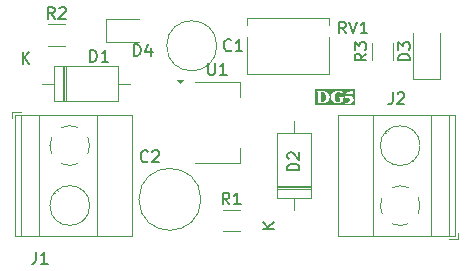
<source format=gbr>
%TF.GenerationSoftware,KiCad,Pcbnew,8.0.2*%
%TF.CreationDate,2025-12-30T14:28:12-05:00*%
%TF.ProjectId,voltage regulator,766f6c74-6167-4652-9072-6567756c6174,rev?*%
%TF.SameCoordinates,Original*%
%TF.FileFunction,Legend,Top*%
%TF.FilePolarity,Positive*%
%FSLAX46Y46*%
G04 Gerber Fmt 4.6, Leading zero omitted, Abs format (unit mm)*
G04 Created by KiCad (PCBNEW 8.0.2) date 2025-12-30 14:28:12*
%MOMM*%
%LPD*%
G01*
G04 APERTURE LIST*
%ADD10C,0.150000*%
%ADD11C,0.120000*%
G04 APERTURE END LIST*
D10*
G36*
X133961273Y-91917302D02*
G01*
X134012681Y-91928772D01*
X134058713Y-91950949D01*
X134099368Y-91983830D01*
X134134648Y-92027418D01*
X134160047Y-92072406D01*
X134180191Y-92123474D01*
X134192964Y-92170674D01*
X134202087Y-92222096D01*
X134207561Y-92277740D01*
X134209386Y-92337606D01*
X134207561Y-92397472D01*
X134202087Y-92453116D01*
X134192964Y-92504538D01*
X134180191Y-92551738D01*
X134160047Y-92602806D01*
X134134648Y-92647794D01*
X134115146Y-92674012D01*
X134076795Y-92711482D01*
X134033067Y-92738246D01*
X133983964Y-92754305D01*
X133929484Y-92759658D01*
X133821040Y-92759658D01*
X133821040Y-91915554D01*
X133929484Y-91915554D01*
X133961273Y-91917302D01*
G37*
G36*
X136662542Y-93043692D02*
G01*
X133313279Y-93043692D01*
X133313279Y-92873719D01*
X135804536Y-92873719D01*
X135854967Y-92896655D01*
X135909021Y-92913957D01*
X135958237Y-92924304D01*
X136010115Y-92930512D01*
X136064655Y-92932581D01*
X136089237Y-92932165D01*
X136148874Y-92927474D01*
X136205911Y-92917572D01*
X136260348Y-92902458D01*
X136312185Y-92882133D01*
X136361423Y-92856596D01*
X136408060Y-92825847D01*
X136411902Y-92822995D01*
X136451451Y-92787940D01*
X136483098Y-92750211D01*
X136510642Y-92706901D01*
X136520202Y-92688117D01*
X136538525Y-92638152D01*
X136548204Y-92589513D01*
X136551431Y-92537397D01*
X136547691Y-92484182D01*
X136536471Y-92434204D01*
X136517771Y-92387462D01*
X136491591Y-92343956D01*
X136483896Y-92333680D01*
X136448190Y-92296486D01*
X136404608Y-92265551D01*
X136360013Y-92243618D01*
X136309386Y-92226475D01*
X136276319Y-92219037D01*
X136227661Y-92212906D01*
X136178472Y-92211088D01*
X136154578Y-92211637D01*
X136103106Y-92216025D01*
X136052580Y-92223728D01*
X136004327Y-92233558D01*
X136030949Y-92116810D01*
X136462771Y-92081639D01*
X136521877Y-91790258D01*
X136507955Y-91790258D01*
X136487821Y-91821032D01*
X136448059Y-91850708D01*
X136396825Y-91860600D01*
X135977460Y-91895771D01*
X135860712Y-92436036D01*
X135873413Y-92444584D01*
X135910873Y-92431636D01*
X135959111Y-92418538D01*
X136011043Y-92409496D01*
X136060503Y-92406482D01*
X136105963Y-92410269D01*
X136154021Y-92425182D01*
X136197034Y-92454354D01*
X136212805Y-92472031D01*
X136235782Y-92515987D01*
X136243440Y-92567683D01*
X136240967Y-92601022D01*
X136227984Y-92648283D01*
X136203873Y-92692247D01*
X136194848Y-92704237D01*
X136159592Y-92741757D01*
X136118632Y-92772358D01*
X136102817Y-92781795D01*
X136055934Y-92805491D01*
X136008967Y-92823893D01*
X136001564Y-92826378D01*
X135952303Y-92840990D01*
X135901500Y-92851737D01*
X135881866Y-92854783D01*
X135833112Y-92859553D01*
X135807223Y-92859553D01*
X135804536Y-92873719D01*
X133313279Y-92873719D01*
X133313279Y-92815833D01*
X133424390Y-92815833D01*
X133424390Y-92830000D01*
X133957572Y-92830000D01*
X134021884Y-92827965D01*
X134082563Y-92821863D01*
X134139609Y-92811693D01*
X134193022Y-92797454D01*
X134242801Y-92779147D01*
X134288948Y-92756772D01*
X134331462Y-92730329D01*
X134370342Y-92699818D01*
X134379478Y-92691582D01*
X134420809Y-92647419D01*
X134454888Y-92598283D01*
X134481717Y-92544174D01*
X134497959Y-92497306D01*
X134509560Y-92447256D01*
X134516521Y-92394022D01*
X134518842Y-92337606D01*
X134518820Y-92335408D01*
X134635101Y-92335408D01*
X134637418Y-92393767D01*
X134644367Y-92448920D01*
X134655950Y-92500867D01*
X134672165Y-92549609D01*
X134693014Y-92595145D01*
X134718495Y-92637475D01*
X134748609Y-92676600D01*
X134783357Y-92712519D01*
X134822096Y-92744690D01*
X134864064Y-92772572D01*
X134909260Y-92796164D01*
X134957685Y-92815467D01*
X135009339Y-92830480D01*
X135064221Y-92841204D01*
X135122331Y-92847638D01*
X135183671Y-92849783D01*
X135190703Y-92849756D01*
X135239618Y-92848012D01*
X135294862Y-92842700D01*
X135349405Y-92833846D01*
X135403245Y-92821451D01*
X135416035Y-92818078D01*
X135464698Y-92803673D01*
X135519914Y-92783617D01*
X135568893Y-92761284D01*
X135611634Y-92736672D01*
X135654690Y-92704131D01*
X135688765Y-92668311D01*
X135688765Y-92436036D01*
X135705618Y-92388897D01*
X135710461Y-92385119D01*
X135759107Y-92372777D01*
X135780112Y-92372777D01*
X135780112Y-92358611D01*
X135307502Y-92358611D01*
X135307502Y-92372777D01*
X135329972Y-92372777D01*
X135336163Y-92372919D01*
X135382729Y-92388897D01*
X135383901Y-92389919D01*
X135401780Y-92436036D01*
X135400314Y-92628743D01*
X135398356Y-92654065D01*
X135380682Y-92701684D01*
X135344627Y-92739385D01*
X135311933Y-92758748D01*
X135263653Y-92774708D01*
X135214690Y-92779441D01*
X135181644Y-92777682D01*
X135129049Y-92766136D01*
X135083116Y-92743815D01*
X135043845Y-92710718D01*
X135011235Y-92666845D01*
X135007133Y-92659717D01*
X134985254Y-92613143D01*
X134968064Y-92560043D01*
X134957320Y-92510808D01*
X134949831Y-92457042D01*
X134945599Y-92398743D01*
X134944557Y-92348841D01*
X134944873Y-92320967D01*
X134947401Y-92267872D01*
X134952458Y-92218318D01*
X134964783Y-92150623D01*
X134982797Y-92090892D01*
X135006500Y-92039125D01*
X135035892Y-91995322D01*
X135070972Y-91959484D01*
X135111741Y-91931609D01*
X135158198Y-91911699D01*
X135210344Y-91899753D01*
X135268179Y-91895771D01*
X135283562Y-91896027D01*
X135341667Y-91902193D01*
X135394285Y-91916578D01*
X135441414Y-91939184D01*
X135483055Y-91970010D01*
X135519209Y-92009057D01*
X135549875Y-92056323D01*
X135575053Y-92111810D01*
X135590335Y-92158820D01*
X135602791Y-92158820D01*
X135616958Y-91890153D01*
X135581710Y-91877315D01*
X135533408Y-91864004D01*
X135482785Y-91853177D01*
X135432554Y-91844480D01*
X135402440Y-91840015D01*
X135350272Y-91833633D01*
X135298783Y-91829075D01*
X135247971Y-91826340D01*
X135197837Y-91825429D01*
X135133509Y-91827539D01*
X135072784Y-91833870D01*
X135015662Y-91844422D01*
X134962142Y-91859195D01*
X134912225Y-91878189D01*
X134865911Y-91901403D01*
X134823199Y-91928839D01*
X134784089Y-91960495D01*
X134749170Y-91995899D01*
X134718907Y-92034577D01*
X134693300Y-92076529D01*
X134672348Y-92121756D01*
X134656053Y-92170258D01*
X134644413Y-92222033D01*
X134637429Y-92277083D01*
X134635101Y-92335408D01*
X134518820Y-92335408D01*
X134518697Y-92323203D01*
X134515216Y-92267583D01*
X134507095Y-92215145D01*
X134494333Y-92165890D01*
X134476931Y-92119818D01*
X134448652Y-92066703D01*
X134413123Y-92018562D01*
X134370342Y-91975394D01*
X134331462Y-91944883D01*
X134288948Y-91918439D01*
X134242801Y-91896064D01*
X134193022Y-91877758D01*
X134139609Y-91863519D01*
X134082563Y-91853349D01*
X134021884Y-91847246D01*
X133957572Y-91845212D01*
X133424390Y-91845212D01*
X133425855Y-91859378D01*
X133442708Y-91859378D01*
X133459805Y-91860829D01*
X133505234Y-91882581D01*
X133515893Y-91893235D01*
X133532589Y-91939490D01*
X133532589Y-92727418D01*
X133529932Y-92747077D01*
X133522683Y-92759658D01*
X133505234Y-92789944D01*
X133489722Y-92802459D01*
X133442708Y-92815833D01*
X133424390Y-92815833D01*
X133313279Y-92815833D01*
X133313279Y-91679147D01*
X136662542Y-91679147D01*
X136662542Y-93043692D01*
G37*
X126033333Y-101434819D02*
X125700000Y-100958628D01*
X125461905Y-101434819D02*
X125461905Y-100434819D01*
X125461905Y-100434819D02*
X125842857Y-100434819D01*
X125842857Y-100434819D02*
X125938095Y-100482438D01*
X125938095Y-100482438D02*
X125985714Y-100530057D01*
X125985714Y-100530057D02*
X126033333Y-100625295D01*
X126033333Y-100625295D02*
X126033333Y-100768152D01*
X126033333Y-100768152D02*
X125985714Y-100863390D01*
X125985714Y-100863390D02*
X125938095Y-100911009D01*
X125938095Y-100911009D02*
X125842857Y-100958628D01*
X125842857Y-100958628D02*
X125461905Y-100958628D01*
X126985714Y-101434819D02*
X126414286Y-101434819D01*
X126700000Y-101434819D02*
X126700000Y-100434819D01*
X126700000Y-100434819D02*
X126604762Y-100577676D01*
X126604762Y-100577676D02*
X126509524Y-100672914D01*
X126509524Y-100672914D02*
X126414286Y-100720533D01*
X131954819Y-98538094D02*
X130954819Y-98538094D01*
X130954819Y-98538094D02*
X130954819Y-98299999D01*
X130954819Y-98299999D02*
X131002438Y-98157142D01*
X131002438Y-98157142D02*
X131097676Y-98061904D01*
X131097676Y-98061904D02*
X131192914Y-98014285D01*
X131192914Y-98014285D02*
X131383390Y-97966666D01*
X131383390Y-97966666D02*
X131526247Y-97966666D01*
X131526247Y-97966666D02*
X131716723Y-98014285D01*
X131716723Y-98014285D02*
X131811961Y-98061904D01*
X131811961Y-98061904D02*
X131907200Y-98157142D01*
X131907200Y-98157142D02*
X131954819Y-98299999D01*
X131954819Y-98299999D02*
X131954819Y-98538094D01*
X131050057Y-97585713D02*
X131002438Y-97538094D01*
X131002438Y-97538094D02*
X130954819Y-97442856D01*
X130954819Y-97442856D02*
X130954819Y-97204761D01*
X130954819Y-97204761D02*
X131002438Y-97109523D01*
X131002438Y-97109523D02*
X131050057Y-97061904D01*
X131050057Y-97061904D02*
X131145295Y-97014285D01*
X131145295Y-97014285D02*
X131240533Y-97014285D01*
X131240533Y-97014285D02*
X131383390Y-97061904D01*
X131383390Y-97061904D02*
X131954819Y-97633332D01*
X131954819Y-97633332D02*
X131954819Y-97014285D01*
X129854819Y-103486904D02*
X128854819Y-103486904D01*
X129854819Y-102915476D02*
X129283390Y-103344047D01*
X128854819Y-102915476D02*
X129426247Y-103486904D01*
X111233333Y-85734819D02*
X110900000Y-85258628D01*
X110661905Y-85734819D02*
X110661905Y-84734819D01*
X110661905Y-84734819D02*
X111042857Y-84734819D01*
X111042857Y-84734819D02*
X111138095Y-84782438D01*
X111138095Y-84782438D02*
X111185714Y-84830057D01*
X111185714Y-84830057D02*
X111233333Y-84925295D01*
X111233333Y-84925295D02*
X111233333Y-85068152D01*
X111233333Y-85068152D02*
X111185714Y-85163390D01*
X111185714Y-85163390D02*
X111138095Y-85211009D01*
X111138095Y-85211009D02*
X111042857Y-85258628D01*
X111042857Y-85258628D02*
X110661905Y-85258628D01*
X111614286Y-84830057D02*
X111661905Y-84782438D01*
X111661905Y-84782438D02*
X111757143Y-84734819D01*
X111757143Y-84734819D02*
X111995238Y-84734819D01*
X111995238Y-84734819D02*
X112090476Y-84782438D01*
X112090476Y-84782438D02*
X112138095Y-84830057D01*
X112138095Y-84830057D02*
X112185714Y-84925295D01*
X112185714Y-84925295D02*
X112185714Y-85020533D01*
X112185714Y-85020533D02*
X112138095Y-85163390D01*
X112138095Y-85163390D02*
X111566667Y-85734819D01*
X111566667Y-85734819D02*
X112185714Y-85734819D01*
X109666666Y-105444819D02*
X109666666Y-106159104D01*
X109666666Y-106159104D02*
X109619047Y-106301961D01*
X109619047Y-106301961D02*
X109523809Y-106397200D01*
X109523809Y-106397200D02*
X109380952Y-106444819D01*
X109380952Y-106444819D02*
X109285714Y-106444819D01*
X110666666Y-106444819D02*
X110095238Y-106444819D01*
X110380952Y-106444819D02*
X110380952Y-105444819D01*
X110380952Y-105444819D02*
X110285714Y-105587676D01*
X110285714Y-105587676D02*
X110190476Y-105682914D01*
X110190476Y-105682914D02*
X110095238Y-105730533D01*
X141334819Y-89238094D02*
X140334819Y-89238094D01*
X140334819Y-89238094D02*
X140334819Y-88999999D01*
X140334819Y-88999999D02*
X140382438Y-88857142D01*
X140382438Y-88857142D02*
X140477676Y-88761904D01*
X140477676Y-88761904D02*
X140572914Y-88714285D01*
X140572914Y-88714285D02*
X140763390Y-88666666D01*
X140763390Y-88666666D02*
X140906247Y-88666666D01*
X140906247Y-88666666D02*
X141096723Y-88714285D01*
X141096723Y-88714285D02*
X141191961Y-88761904D01*
X141191961Y-88761904D02*
X141287200Y-88857142D01*
X141287200Y-88857142D02*
X141334819Y-88999999D01*
X141334819Y-88999999D02*
X141334819Y-89238094D01*
X140334819Y-88333332D02*
X140334819Y-87714285D01*
X140334819Y-87714285D02*
X140715771Y-88047618D01*
X140715771Y-88047618D02*
X140715771Y-87904761D01*
X140715771Y-87904761D02*
X140763390Y-87809523D01*
X140763390Y-87809523D02*
X140811009Y-87761904D01*
X140811009Y-87761904D02*
X140906247Y-87714285D01*
X140906247Y-87714285D02*
X141144342Y-87714285D01*
X141144342Y-87714285D02*
X141239580Y-87761904D01*
X141239580Y-87761904D02*
X141287200Y-87809523D01*
X141287200Y-87809523D02*
X141334819Y-87904761D01*
X141334819Y-87904761D02*
X141334819Y-88190475D01*
X141334819Y-88190475D02*
X141287200Y-88285713D01*
X141287200Y-88285713D02*
X141239580Y-88333332D01*
X139861666Y-91944819D02*
X139861666Y-92659104D01*
X139861666Y-92659104D02*
X139814047Y-92801961D01*
X139814047Y-92801961D02*
X139718809Y-92897200D01*
X139718809Y-92897200D02*
X139575952Y-92944819D01*
X139575952Y-92944819D02*
X139480714Y-92944819D01*
X140290238Y-92040057D02*
X140337857Y-91992438D01*
X140337857Y-91992438D02*
X140433095Y-91944819D01*
X140433095Y-91944819D02*
X140671190Y-91944819D01*
X140671190Y-91944819D02*
X140766428Y-91992438D01*
X140766428Y-91992438D02*
X140814047Y-92040057D01*
X140814047Y-92040057D02*
X140861666Y-92135295D01*
X140861666Y-92135295D02*
X140861666Y-92230533D01*
X140861666Y-92230533D02*
X140814047Y-92373390D01*
X140814047Y-92373390D02*
X140242619Y-92944819D01*
X140242619Y-92944819D02*
X140861666Y-92944819D01*
X117961905Y-88854819D02*
X117961905Y-87854819D01*
X117961905Y-87854819D02*
X118200000Y-87854819D01*
X118200000Y-87854819D02*
X118342857Y-87902438D01*
X118342857Y-87902438D02*
X118438095Y-87997676D01*
X118438095Y-87997676D02*
X118485714Y-88092914D01*
X118485714Y-88092914D02*
X118533333Y-88283390D01*
X118533333Y-88283390D02*
X118533333Y-88426247D01*
X118533333Y-88426247D02*
X118485714Y-88616723D01*
X118485714Y-88616723D02*
X118438095Y-88711961D01*
X118438095Y-88711961D02*
X118342857Y-88807200D01*
X118342857Y-88807200D02*
X118200000Y-88854819D01*
X118200000Y-88854819D02*
X117961905Y-88854819D01*
X119390476Y-88188152D02*
X119390476Y-88854819D01*
X119152381Y-87807200D02*
X118914286Y-88521485D01*
X118914286Y-88521485D02*
X119533333Y-88521485D01*
X114261905Y-89354819D02*
X114261905Y-88354819D01*
X114261905Y-88354819D02*
X114500000Y-88354819D01*
X114500000Y-88354819D02*
X114642857Y-88402438D01*
X114642857Y-88402438D02*
X114738095Y-88497676D01*
X114738095Y-88497676D02*
X114785714Y-88592914D01*
X114785714Y-88592914D02*
X114833333Y-88783390D01*
X114833333Y-88783390D02*
X114833333Y-88926247D01*
X114833333Y-88926247D02*
X114785714Y-89116723D01*
X114785714Y-89116723D02*
X114738095Y-89211961D01*
X114738095Y-89211961D02*
X114642857Y-89307200D01*
X114642857Y-89307200D02*
X114500000Y-89354819D01*
X114500000Y-89354819D02*
X114261905Y-89354819D01*
X115785714Y-89354819D02*
X115214286Y-89354819D01*
X115500000Y-89354819D02*
X115500000Y-88354819D01*
X115500000Y-88354819D02*
X115404762Y-88497676D01*
X115404762Y-88497676D02*
X115309524Y-88592914D01*
X115309524Y-88592914D02*
X115214286Y-88640533D01*
X108538095Y-89554819D02*
X108538095Y-88554819D01*
X109109523Y-89554819D02*
X108680952Y-88983390D01*
X109109523Y-88554819D02*
X108538095Y-89126247D01*
X135904761Y-86954819D02*
X135571428Y-86478628D01*
X135333333Y-86954819D02*
X135333333Y-85954819D01*
X135333333Y-85954819D02*
X135714285Y-85954819D01*
X135714285Y-85954819D02*
X135809523Y-86002438D01*
X135809523Y-86002438D02*
X135857142Y-86050057D01*
X135857142Y-86050057D02*
X135904761Y-86145295D01*
X135904761Y-86145295D02*
X135904761Y-86288152D01*
X135904761Y-86288152D02*
X135857142Y-86383390D01*
X135857142Y-86383390D02*
X135809523Y-86431009D01*
X135809523Y-86431009D02*
X135714285Y-86478628D01*
X135714285Y-86478628D02*
X135333333Y-86478628D01*
X136190476Y-85954819D02*
X136523809Y-86954819D01*
X136523809Y-86954819D02*
X136857142Y-85954819D01*
X137714285Y-86954819D02*
X137142857Y-86954819D01*
X137428571Y-86954819D02*
X137428571Y-85954819D01*
X137428571Y-85954819D02*
X137333333Y-86097676D01*
X137333333Y-86097676D02*
X137238095Y-86192914D01*
X137238095Y-86192914D02*
X137142857Y-86240533D01*
X126183333Y-88359580D02*
X126135714Y-88407200D01*
X126135714Y-88407200D02*
X125992857Y-88454819D01*
X125992857Y-88454819D02*
X125897619Y-88454819D01*
X125897619Y-88454819D02*
X125754762Y-88407200D01*
X125754762Y-88407200D02*
X125659524Y-88311961D01*
X125659524Y-88311961D02*
X125611905Y-88216723D01*
X125611905Y-88216723D02*
X125564286Y-88026247D01*
X125564286Y-88026247D02*
X125564286Y-87883390D01*
X125564286Y-87883390D02*
X125611905Y-87692914D01*
X125611905Y-87692914D02*
X125659524Y-87597676D01*
X125659524Y-87597676D02*
X125754762Y-87502438D01*
X125754762Y-87502438D02*
X125897619Y-87454819D01*
X125897619Y-87454819D02*
X125992857Y-87454819D01*
X125992857Y-87454819D02*
X126135714Y-87502438D01*
X126135714Y-87502438D02*
X126183333Y-87550057D01*
X127135714Y-88454819D02*
X126564286Y-88454819D01*
X126850000Y-88454819D02*
X126850000Y-87454819D01*
X126850000Y-87454819D02*
X126754762Y-87597676D01*
X126754762Y-87597676D02*
X126659524Y-87692914D01*
X126659524Y-87692914D02*
X126564286Y-87740533D01*
X124238095Y-89454819D02*
X124238095Y-90264342D01*
X124238095Y-90264342D02*
X124285714Y-90359580D01*
X124285714Y-90359580D02*
X124333333Y-90407200D01*
X124333333Y-90407200D02*
X124428571Y-90454819D01*
X124428571Y-90454819D02*
X124619047Y-90454819D01*
X124619047Y-90454819D02*
X124714285Y-90407200D01*
X124714285Y-90407200D02*
X124761904Y-90359580D01*
X124761904Y-90359580D02*
X124809523Y-90264342D01*
X124809523Y-90264342D02*
X124809523Y-89454819D01*
X125809523Y-90454819D02*
X125238095Y-90454819D01*
X125523809Y-90454819D02*
X125523809Y-89454819D01*
X125523809Y-89454819D02*
X125428571Y-89597676D01*
X125428571Y-89597676D02*
X125333333Y-89692914D01*
X125333333Y-89692914D02*
X125238095Y-89740533D01*
X137634819Y-88666666D02*
X137158628Y-88999999D01*
X137634819Y-89238094D02*
X136634819Y-89238094D01*
X136634819Y-89238094D02*
X136634819Y-88857142D01*
X136634819Y-88857142D02*
X136682438Y-88761904D01*
X136682438Y-88761904D02*
X136730057Y-88714285D01*
X136730057Y-88714285D02*
X136825295Y-88666666D01*
X136825295Y-88666666D02*
X136968152Y-88666666D01*
X136968152Y-88666666D02*
X137063390Y-88714285D01*
X137063390Y-88714285D02*
X137111009Y-88761904D01*
X137111009Y-88761904D02*
X137158628Y-88857142D01*
X137158628Y-88857142D02*
X137158628Y-89238094D01*
X136634819Y-88333332D02*
X136634819Y-87714285D01*
X136634819Y-87714285D02*
X137015771Y-88047618D01*
X137015771Y-88047618D02*
X137015771Y-87904761D01*
X137015771Y-87904761D02*
X137063390Y-87809523D01*
X137063390Y-87809523D02*
X137111009Y-87761904D01*
X137111009Y-87761904D02*
X137206247Y-87714285D01*
X137206247Y-87714285D02*
X137444342Y-87714285D01*
X137444342Y-87714285D02*
X137539580Y-87761904D01*
X137539580Y-87761904D02*
X137587200Y-87809523D01*
X137587200Y-87809523D02*
X137634819Y-87904761D01*
X137634819Y-87904761D02*
X137634819Y-88190475D01*
X137634819Y-88190475D02*
X137587200Y-88285713D01*
X137587200Y-88285713D02*
X137539580Y-88333332D01*
X119133333Y-97759580D02*
X119085714Y-97807200D01*
X119085714Y-97807200D02*
X118942857Y-97854819D01*
X118942857Y-97854819D02*
X118847619Y-97854819D01*
X118847619Y-97854819D02*
X118704762Y-97807200D01*
X118704762Y-97807200D02*
X118609524Y-97711961D01*
X118609524Y-97711961D02*
X118561905Y-97616723D01*
X118561905Y-97616723D02*
X118514286Y-97426247D01*
X118514286Y-97426247D02*
X118514286Y-97283390D01*
X118514286Y-97283390D02*
X118561905Y-97092914D01*
X118561905Y-97092914D02*
X118609524Y-96997676D01*
X118609524Y-96997676D02*
X118704762Y-96902438D01*
X118704762Y-96902438D02*
X118847619Y-96854819D01*
X118847619Y-96854819D02*
X118942857Y-96854819D01*
X118942857Y-96854819D02*
X119085714Y-96902438D01*
X119085714Y-96902438D02*
X119133333Y-96950057D01*
X119514286Y-96950057D02*
X119561905Y-96902438D01*
X119561905Y-96902438D02*
X119657143Y-96854819D01*
X119657143Y-96854819D02*
X119895238Y-96854819D01*
X119895238Y-96854819D02*
X119990476Y-96902438D01*
X119990476Y-96902438D02*
X120038095Y-96950057D01*
X120038095Y-96950057D02*
X120085714Y-97045295D01*
X120085714Y-97045295D02*
X120085714Y-97140533D01*
X120085714Y-97140533D02*
X120038095Y-97283390D01*
X120038095Y-97283390D02*
X119466667Y-97854819D01*
X119466667Y-97854819D02*
X120085714Y-97854819D01*
D11*
%TO.C,R1*%
X125472936Y-101890000D02*
X126927064Y-101890000D01*
X125472936Y-103710000D02*
X126927064Y-103710000D01*
%TO.C,D2*%
X130030000Y-95425000D02*
X130030000Y-100865000D01*
X130030000Y-99845000D02*
X132970000Y-99845000D01*
X130030000Y-99965000D02*
X132970000Y-99965000D01*
X130030000Y-100085000D02*
X132970000Y-100085000D01*
X130030000Y-100865000D02*
X132970000Y-100865000D01*
X131500000Y-94405000D02*
X131500000Y-95425000D01*
X131500000Y-101885000D02*
X131500000Y-100865000D01*
X132970000Y-95425000D02*
X130030000Y-95425000D01*
X132970000Y-100865000D02*
X132970000Y-95425000D01*
%TO.C,R2*%
X110672936Y-86190000D02*
X112127064Y-86190000D01*
X110672936Y-88010000D02*
X112127064Y-88010000D01*
%TO.C,J1*%
X107625000Y-93605000D02*
X107625000Y-94105000D01*
X107865000Y-93845000D02*
X107865000Y-104125000D01*
X108365000Y-93605000D02*
X107625000Y-93605000D01*
X108425000Y-93845000D02*
X108425000Y-104125000D01*
X109925000Y-93845000D02*
X109925000Y-104125000D01*
X111286000Y-100491000D02*
X111251000Y-100456000D01*
X111502000Y-100298000D02*
X111456000Y-100251000D01*
X113594000Y-102800000D02*
X113548000Y-102753000D01*
X113800000Y-102595000D02*
X113764000Y-102560000D01*
X114826000Y-93845000D02*
X114826000Y-104125000D01*
X117786000Y-93845000D02*
X107865000Y-93845000D01*
X117786000Y-93845000D02*
X117786000Y-104125000D01*
X117786000Y-104125000D02*
X107865000Y-104125000D01*
X110844747Y-96473805D02*
G75*
G02*
X110990000Y-95761000I1680254J28806D01*
G01*
X110990244Y-97128318D02*
G75*
G02*
X110845000Y-96445000I1534756J683318D01*
G01*
X111841958Y-94909573D02*
G75*
G02*
X113209000Y-94910000I683041J-1535420D01*
G01*
X113208042Y-97980427D02*
G75*
G02*
X111841000Y-97980000I-683042J1535427D01*
G01*
X114060427Y-95761958D02*
G75*
G02*
X114060000Y-97129000I-1535420J-683041D01*
G01*
X114205000Y-101525000D02*
G75*
G02*
X110845000Y-101525000I-1680000J0D01*
G01*
X110845000Y-101525000D02*
G75*
G02*
X114205000Y-101525000I1680000J0D01*
G01*
%TO.C,D3*%
X141565000Y-86900000D02*
X141565000Y-90785000D01*
X141565000Y-90785000D02*
X143835000Y-90785000D01*
X143835000Y-90785000D02*
X143835000Y-86900000D01*
%TO.C,J2*%
X135239000Y-93855000D02*
X145160000Y-93855000D01*
X135239000Y-104135000D02*
X135239000Y-93855000D01*
X135239000Y-104135000D02*
X145160000Y-104135000D01*
X138199000Y-104135000D02*
X138199000Y-93855000D01*
X139225000Y-95385000D02*
X139261000Y-95420000D01*
X139431000Y-95180000D02*
X139477000Y-95227000D01*
X141523000Y-97682000D02*
X141569000Y-97729000D01*
X141739000Y-97489000D02*
X141774000Y-97524000D01*
X143100000Y-104135000D02*
X143100000Y-93855000D01*
X144600000Y-104135000D02*
X144600000Y-93855000D01*
X144660000Y-104375000D02*
X145400000Y-104375000D01*
X145160000Y-104135000D02*
X145160000Y-93855000D01*
X145400000Y-104375000D02*
X145400000Y-103875000D01*
X138964573Y-102218042D02*
G75*
G02*
X138965000Y-100851000I1535420J683041D01*
G01*
X139816958Y-99999573D02*
G75*
G02*
X141184000Y-100000000I683042J-1535427D01*
G01*
X141183042Y-103070427D02*
G75*
G02*
X139816000Y-103070000I-683041J1535420D01*
G01*
X142034756Y-100851682D02*
G75*
G02*
X142180000Y-101535000I-1534756J-683318D01*
G01*
X142180253Y-101506195D02*
G75*
G02*
X142035000Y-102219000I-1680254J-28806D01*
G01*
X142180000Y-96455000D02*
G75*
G02*
X138820000Y-96455000I-1680000J0D01*
G01*
X138820000Y-96455000D02*
G75*
G02*
X142180000Y-96455000I1680000J0D01*
G01*
%TO.C,D4*%
X115565000Y-85740000D02*
X115565000Y-87660000D01*
X115565000Y-87660000D02*
X118425000Y-87660000D01*
X118425000Y-85740000D02*
X115565000Y-85740000D01*
%TO.C,D1*%
X110140000Y-91200000D02*
X111160000Y-91200000D01*
X111160000Y-89730000D02*
X111160000Y-92670000D01*
X111160000Y-92670000D02*
X116600000Y-92670000D01*
X111940000Y-89730000D02*
X111940000Y-92670000D01*
X112060000Y-89730000D02*
X112060000Y-92670000D01*
X112180000Y-89730000D02*
X112180000Y-92670000D01*
X116600000Y-89730000D02*
X111160000Y-89730000D01*
X116600000Y-92670000D02*
X116600000Y-89730000D01*
X117620000Y-91200000D02*
X116600000Y-91200000D01*
%TO.C,RV1*%
X127510000Y-85635000D02*
X127510000Y-86280000D01*
X127510000Y-85635000D02*
X134460000Y-85635000D01*
X127510000Y-87270000D02*
X127510000Y-90375000D01*
X127510000Y-90375000D02*
X134460000Y-90375000D01*
X134460000Y-85635000D02*
X134460000Y-86280000D01*
X134460000Y-87270000D02*
X134460000Y-90375000D01*
%TO.C,C1*%
X124970000Y-88000000D02*
G75*
G02*
X120730000Y-88000000I-2120000J0D01*
G01*
X120730000Y-88000000D02*
G75*
G02*
X124970000Y-88000000I2120000J0D01*
G01*
%TO.C,U1*%
X123150000Y-91090000D02*
X126910000Y-91090000D01*
X123150000Y-97910000D02*
X126910000Y-97910000D01*
X126910000Y-91090000D02*
X126910000Y-92350000D01*
X126910000Y-97910000D02*
X126910000Y-96650000D01*
X121870000Y-91190000D02*
X121630000Y-90860000D01*
X122110000Y-90860000D01*
X121870000Y-91190000D01*
G36*
X121870000Y-91190000D02*
G01*
X121630000Y-90860000D01*
X122110000Y-90860000D01*
X121870000Y-91190000D01*
G37*
%TO.C,R3*%
X138090000Y-89227064D02*
X138090000Y-87772936D01*
X139910000Y-89227064D02*
X139910000Y-87772936D01*
%TO.C,C2*%
X123620000Y-101000000D02*
G75*
G02*
X118380000Y-101000000I-2620000J0D01*
G01*
X118380000Y-101000000D02*
G75*
G02*
X123620000Y-101000000I2620000J0D01*
G01*
%TD*%
M02*

</source>
